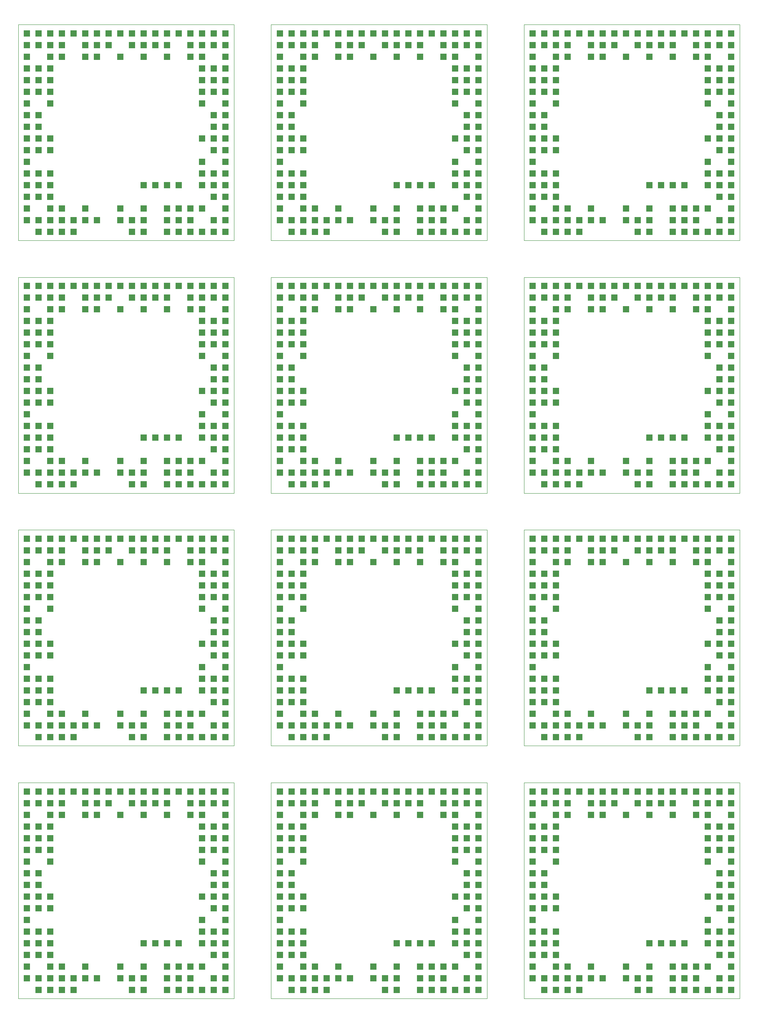
<source format=gbr>
G04 This is an RS-274x file exported by *
G04 gerbv version 2.7.0 *
G04 More information is available about gerbv at *
G04 http://gerbv.geda-project.org/ *
G04 --End of header info--*
%MOIN*%
%FSLAX36Y36*%
%IPPOS*%
G04 --Define apertures--*
%ADD10C,0.0020*%
%ADD11R,0.0571X0.0571*%
G04 --Start main section--*
G54D10*
G01X6244094Y-3627559D02*
G01X4395669Y-3627559D01*
G01X4395669Y-3627992D02*
G01X4395669Y-5477992D01*
G01X4395669Y-5477992D02*
G01X6244094Y-5477992D01*
G01X6244094Y-5477992D02*
G01X6244094Y-3627992D01*
G54D11*
G01X5470441Y-5002992D03*
G01X5570441Y-5002992D03*
G01X5670441Y-5002992D03*
G01X5770441Y-5002992D03*
G01X6170441Y-3702992D03*
G01X6170441Y-5402992D03*
G01X5770441Y-5302992D03*
G01X5770441Y-5402992D03*
G01X5870441Y-5402992D03*
G01X5870441Y-5302992D03*
G01X5870441Y-5202992D03*
G01X5770441Y-5202992D03*
G01X6170441Y-5302992D03*
G01X6170441Y-5202992D03*
G01X6170441Y-5102992D03*
G01X6170441Y-5002992D03*
G01X6170441Y-4902992D03*
G01X6170441Y-4802992D03*
G01X6170441Y-4702992D03*
G01X6170441Y-4602992D03*
G01X6170441Y-4502992D03*
G01X6170441Y-4402992D03*
G01X6170441Y-4302992D03*
G01X6070441Y-4402992D03*
G01X6070441Y-4502992D03*
G01X6070441Y-4602992D03*
G01X6070441Y-4702992D03*
G01X6070441Y-4902992D03*
G01X6070441Y-5002992D03*
G01X6070441Y-5102992D03*
G01X6070441Y-5302992D03*
G01X6070441Y-5402992D03*
G01X5970441Y-5402992D03*
G01X5970441Y-5202992D03*
G01X5970441Y-5002992D03*
G01X5970441Y-4902992D03*
G01X5970441Y-4802992D03*
G01X5970441Y-4602992D03*
G01X5970441Y-4302992D03*
G01X6170441Y-4202992D03*
G01X6070441Y-4202992D03*
G01X5970441Y-4202992D03*
G01X6170441Y-4102992D03*
G01X6070441Y-4102992D03*
G01X5970441Y-4102992D03*
G01X6170441Y-4002992D03*
G01X6070441Y-4002992D03*
G01X5970441Y-4002992D03*
G01X6170441Y-3902992D03*
G01X6170441Y-3802992D03*
G01X6070441Y-3802992D03*
G01X5970441Y-3902992D03*
G01X5970441Y-3802992D03*
G01X5870441Y-3902992D03*
G01X5870441Y-3802992D03*
G01X4570441Y-5302992D03*
G01X4570441Y-5402992D03*
G01X4670441Y-5402992D03*
G01X4670441Y-5302992D03*
G01X4670441Y-5202992D03*
G01X4670441Y-5102992D03*
G01X4570441Y-5102992D03*
G01X4670441Y-5002992D03*
G01X4570441Y-5002992D03*
G01X6070441Y-3702992D03*
G01X5970441Y-3702992D03*
G01X5870441Y-3702992D03*
G01X5770441Y-3702992D03*
G01X4470441Y-5302992D03*
G01X4470441Y-5202992D03*
G01X4470441Y-5102992D03*
G01X4470441Y-5002992D03*
G01X4770441Y-5202992D03*
G01X4970441Y-5202992D03*
G01X5270441Y-5202992D03*
G01X5470441Y-5202992D03*
G01X5470441Y-5302992D03*
G01X5370441Y-5302992D03*
G01X5270441Y-5302992D03*
G01X5070441Y-5302992D03*
G01X4970441Y-5302992D03*
G01X4870441Y-5302992D03*
G01X4770441Y-5302992D03*
G01X4670441Y-4002992D03*
G01X4670441Y-4102992D03*
G01X4670441Y-4202992D03*
G01X4670441Y-4302992D03*
G01X4670441Y-4602992D03*
G01X4670441Y-4702992D03*
G01X4470441Y-4902992D03*
G01X4670441Y-3902992D03*
G01X4770441Y-3902992D03*
G01X4970441Y-3902992D03*
G01X5070441Y-3902992D03*
G01X5270441Y-3902992D03*
G01X5470441Y-3902992D03*
G01X4470441Y-3902992D03*
G01X5670441Y-3902992D03*
G01X4670441Y-4902992D03*
G01X4770441Y-5402992D03*
G01X4870441Y-5402992D03*
G01X5370441Y-5402992D03*
G01X5470441Y-5402992D03*
G01X5670441Y-5402992D03*
G01X4570441Y-4902992D03*
G01X4570441Y-4002992D03*
G01X4570441Y-4102992D03*
G01X4570441Y-4202992D03*
G01X4570441Y-4402992D03*
G01X4570441Y-4502992D03*
G01X4570441Y-4602992D03*
G01X4570441Y-4702992D03*
G01X5670441Y-5302992D03*
G01X5670441Y-5202992D03*
G01X5570441Y-3802992D03*
G01X5470441Y-3802992D03*
G01X5370441Y-3802992D03*
G01X5170441Y-3802992D03*
G01X5070441Y-3802992D03*
G01X4970441Y-3802992D03*
G01X4770441Y-3802992D03*
G01X4670441Y-3802992D03*
G01X4570441Y-3802992D03*
G01X4470441Y-3802992D03*
G01X4470441Y-4002992D03*
G01X4470441Y-4102992D03*
G01X4470441Y-4202992D03*
G01X4470441Y-4302992D03*
G01X4470441Y-4402992D03*
G01X4470441Y-4502992D03*
G01X4470441Y-4602992D03*
G01X4470441Y-4702992D03*
G01X4470441Y-4802992D03*
G01X5670441Y-3802992D03*
G01X5670441Y-3702992D03*
G01X5570441Y-3702992D03*
G01X5470441Y-3702992D03*
G01X5370441Y-3702992D03*
G01X5270441Y-3702992D03*
G01X5170441Y-3702992D03*
G01X5070441Y-3702992D03*
G01X4970441Y-3702992D03*
G01X4870441Y-3702992D03*
G01X4770441Y-3702992D03*
G01X4670441Y-3702992D03*
G01X4570441Y-3702992D03*
G01X4470441Y-3702992D03*
G01X2165354Y0000000D02*
G54D10*
G01X8409448Y-3627559D02*
G01X6561023Y-3627559D01*
G01X6561023Y-3627992D02*
G01X6561023Y-5477992D01*
G01X6561023Y-5477992D02*
G01X8409448Y-5477992D01*
G01X8409448Y-5477992D02*
G01X8409448Y-3627992D01*
G54D11*
G01X7635795Y-5002992D03*
G01X7735795Y-5002992D03*
G01X7835795Y-5002992D03*
G01X7935795Y-5002992D03*
G01X8335795Y-3702992D03*
G01X8335795Y-5402992D03*
G01X7935795Y-5302992D03*
G01X7935795Y-5402992D03*
G01X8035795Y-5402992D03*
G01X8035795Y-5302992D03*
G01X8035795Y-5202992D03*
G01X7935795Y-5202992D03*
G01X8335795Y-5302992D03*
G01X8335795Y-5202992D03*
G01X8335795Y-5102992D03*
G01X8335795Y-5002992D03*
G01X8335795Y-4902992D03*
G01X8335795Y-4802992D03*
G01X8335795Y-4702992D03*
G01X8335795Y-4602992D03*
G01X8335795Y-4502992D03*
G01X8335795Y-4402992D03*
G01X8335795Y-4302992D03*
G01X8235795Y-4402992D03*
G01X8235795Y-4502992D03*
G01X8235795Y-4602992D03*
G01X8235795Y-4702992D03*
G01X8235795Y-4902992D03*
G01X8235795Y-5002992D03*
G01X8235795Y-5102992D03*
G01X8235795Y-5302992D03*
G01X8235795Y-5402992D03*
G01X8135795Y-5402992D03*
G01X8135795Y-5202992D03*
G01X8135795Y-5002992D03*
G01X8135795Y-4902992D03*
G01X8135795Y-4802992D03*
G01X8135795Y-4602992D03*
G01X8135795Y-4302992D03*
G01X8335795Y-4202992D03*
G01X8235795Y-4202992D03*
G01X8135795Y-4202992D03*
G01X8335795Y-4102992D03*
G01X8235795Y-4102992D03*
G01X8135795Y-4102992D03*
G01X8335795Y-4002992D03*
G01X8235795Y-4002992D03*
G01X8135795Y-4002992D03*
G01X8335795Y-3902992D03*
G01X8335795Y-3802992D03*
G01X8235795Y-3802992D03*
G01X8135795Y-3902992D03*
G01X8135795Y-3802992D03*
G01X8035795Y-3902992D03*
G01X8035795Y-3802992D03*
G01X6735795Y-5302992D03*
G01X6735795Y-5402992D03*
G01X6835795Y-5402992D03*
G01X6835795Y-5302992D03*
G01X6835795Y-5202992D03*
G01X6835795Y-5102992D03*
G01X6735795Y-5102992D03*
G01X6835795Y-5002992D03*
G01X6735795Y-5002992D03*
G01X8235795Y-3702992D03*
G01X8135795Y-3702992D03*
G01X8035795Y-3702992D03*
G01X7935795Y-3702992D03*
G01X6635795Y-5302992D03*
G01X6635795Y-5202992D03*
G01X6635795Y-5102992D03*
G01X6635795Y-5002992D03*
G01X6935795Y-5202992D03*
G01X7135795Y-5202992D03*
G01X7435795Y-5202992D03*
G01X7635795Y-5202992D03*
G01X7635795Y-5302992D03*
G01X7535795Y-5302992D03*
G01X7435795Y-5302992D03*
G01X7235795Y-5302992D03*
G01X7135795Y-5302992D03*
G01X7035795Y-5302992D03*
G01X6935795Y-5302992D03*
G01X6835795Y-4002992D03*
G01X6835795Y-4102992D03*
G01X6835795Y-4202992D03*
G01X6835795Y-4302992D03*
G01X6835795Y-4602992D03*
G01X6835795Y-4702992D03*
G01X6635795Y-4902992D03*
G01X6835795Y-3902992D03*
G01X6935795Y-3902992D03*
G01X7135795Y-3902992D03*
G01X7235795Y-3902992D03*
G01X7435795Y-3902992D03*
G01X7635795Y-3902992D03*
G01X6635795Y-3902992D03*
G01X7835795Y-3902992D03*
G01X6835795Y-4902992D03*
G01X6935795Y-5402992D03*
G01X7035795Y-5402992D03*
G01X7535795Y-5402992D03*
G01X7635795Y-5402992D03*
G01X7835795Y-5402992D03*
G01X6735795Y-4902992D03*
G01X6735795Y-4002992D03*
G01X6735795Y-4102992D03*
G01X6735795Y-4202992D03*
G01X6735795Y-4402992D03*
G01X6735795Y-4502992D03*
G01X6735795Y-4602992D03*
G01X6735795Y-4702992D03*
G01X7835795Y-5302992D03*
G01X7835795Y-5202992D03*
G01X7735795Y-3802992D03*
G01X7635795Y-3802992D03*
G01X7535795Y-3802992D03*
G01X7335795Y-3802992D03*
G01X7235795Y-3802992D03*
G01X7135795Y-3802992D03*
G01X6935795Y-3802992D03*
G01X6835795Y-3802992D03*
G01X6735795Y-3802992D03*
G01X6635795Y-3802992D03*
G01X6635795Y-4002992D03*
G01X6635795Y-4102992D03*
G01X6635795Y-4202992D03*
G01X6635795Y-4302992D03*
G01X6635795Y-4402992D03*
G01X6635795Y-4502992D03*
G01X6635795Y-4602992D03*
G01X6635795Y-4702992D03*
G01X6635795Y-4802992D03*
G01X7835795Y-3802992D03*
G01X7835795Y-3702992D03*
G01X7735795Y-3702992D03*
G01X7635795Y-3702992D03*
G01X7535795Y-3702992D03*
G01X7435795Y-3702992D03*
G01X7335795Y-3702992D03*
G01X7235795Y-3702992D03*
G01X7135795Y-3702992D03*
G01X7035795Y-3702992D03*
G01X6935795Y-3702992D03*
G01X6835795Y-3702992D03*
G01X6735795Y-3702992D03*
G01X6635795Y-3702992D03*
G01X4330709Y0000000D02*
G54D10*
G01X10574803Y-3627559D02*
G01X8726378Y-3627559D01*
G01X8726378Y-3627992D02*
G01X8726378Y-5477992D01*
G01X8726378Y-5477992D02*
G01X10574803Y-5477992D01*
G01X10574803Y-5477992D02*
G01X10574803Y-3627992D01*
G54D11*
G01X9801150Y-5002992D03*
G01X9901150Y-5002992D03*
G01X10001150Y-5002992D03*
G01X10101150Y-5002992D03*
G01X10501150Y-3702992D03*
G01X10501150Y-5402992D03*
G01X10101150Y-5302992D03*
G01X10101150Y-5402992D03*
G01X10201150Y-5402992D03*
G01X10201150Y-5302992D03*
G01X10201150Y-5202992D03*
G01X10101150Y-5202992D03*
G01X10501150Y-5302992D03*
G01X10501150Y-5202992D03*
G01X10501150Y-5102992D03*
G01X10501150Y-5002992D03*
G01X10501150Y-4902992D03*
G01X10501150Y-4802992D03*
G01X10501150Y-4702992D03*
G01X10501150Y-4602992D03*
G01X10501150Y-4502992D03*
G01X10501150Y-4402992D03*
G01X10501150Y-4302992D03*
G01X10401150Y-4402992D03*
G01X10401150Y-4502992D03*
G01X10401150Y-4602992D03*
G01X10401150Y-4702992D03*
G01X10401150Y-4902992D03*
G01X10401150Y-5002992D03*
G01X10401150Y-5102992D03*
G01X10401150Y-5302992D03*
G01X10401150Y-5402992D03*
G01X10301150Y-5402992D03*
G01X10301150Y-5202992D03*
G01X10301150Y-5002992D03*
G01X10301150Y-4902992D03*
G01X10301150Y-4802992D03*
G01X10301150Y-4602992D03*
G01X10301150Y-4302992D03*
G01X10501150Y-4202992D03*
G01X10401150Y-4202992D03*
G01X10301150Y-4202992D03*
G01X10501150Y-4102992D03*
G01X10401150Y-4102992D03*
G01X10301150Y-4102992D03*
G01X10501150Y-4002992D03*
G01X10401150Y-4002992D03*
G01X10301150Y-4002992D03*
G01X10501150Y-3902992D03*
G01X10501150Y-3802992D03*
G01X10401150Y-3802992D03*
G01X10301150Y-3902992D03*
G01X10301150Y-3802992D03*
G01X10201150Y-3902992D03*
G01X10201150Y-3802992D03*
G01X8901150Y-5302992D03*
G01X8901150Y-5402992D03*
G01X9001150Y-5402992D03*
G01X9001150Y-5302992D03*
G01X9001150Y-5202992D03*
G01X9001150Y-5102992D03*
G01X8901150Y-5102992D03*
G01X9001150Y-5002992D03*
G01X8901150Y-5002992D03*
G01X10401150Y-3702992D03*
G01X10301150Y-3702992D03*
G01X10201150Y-3702992D03*
G01X10101150Y-3702992D03*
G01X8801150Y-5302992D03*
G01X8801150Y-5202992D03*
G01X8801150Y-5102992D03*
G01X8801150Y-5002992D03*
G01X9101150Y-5202992D03*
G01X9301150Y-5202992D03*
G01X9601150Y-5202992D03*
G01X9801150Y-5202992D03*
G01X9801150Y-5302992D03*
G01X9701150Y-5302992D03*
G01X9601150Y-5302992D03*
G01X9401150Y-5302992D03*
G01X9301150Y-5302992D03*
G01X9201150Y-5302992D03*
G01X9101150Y-5302992D03*
G01X9001150Y-4002992D03*
G01X9001150Y-4102992D03*
G01X9001150Y-4202992D03*
G01X9001150Y-4302992D03*
G01X9001150Y-4602992D03*
G01X9001150Y-4702992D03*
G01X8801150Y-4902992D03*
G01X9001150Y-3902992D03*
G01X9101150Y-3902992D03*
G01X9301150Y-3902992D03*
G01X9401150Y-3902992D03*
G01X9601150Y-3902992D03*
G01X9801150Y-3902992D03*
G01X8801150Y-3902992D03*
G01X10001150Y-3902992D03*
G01X9001150Y-4902992D03*
G01X9101150Y-5402992D03*
G01X9201150Y-5402992D03*
G01X9701150Y-5402992D03*
G01X9801150Y-5402992D03*
G01X10001150Y-5402992D03*
G01X8901150Y-4902992D03*
G01X8901150Y-4002992D03*
G01X8901150Y-4102992D03*
G01X8901150Y-4202992D03*
G01X8901150Y-4402992D03*
G01X8901150Y-4502992D03*
G01X8901150Y-4602992D03*
G01X8901150Y-4702992D03*
G01X10001150Y-5302992D03*
G01X10001150Y-5202992D03*
G01X9901150Y-3802992D03*
G01X9801150Y-3802992D03*
G01X9701150Y-3802992D03*
G01X9501150Y-3802992D03*
G01X9401150Y-3802992D03*
G01X9301150Y-3802992D03*
G01X9101150Y-3802992D03*
G01X9001150Y-3802992D03*
G01X8901150Y-3802992D03*
G01X8801150Y-3802992D03*
G01X8801150Y-4002992D03*
G01X8801150Y-4102992D03*
G01X8801150Y-4202992D03*
G01X8801150Y-4302992D03*
G01X8801150Y-4402992D03*
G01X8801150Y-4502992D03*
G01X8801150Y-4602992D03*
G01X8801150Y-4702992D03*
G01X8801150Y-4802992D03*
G01X10001150Y-3802992D03*
G01X10001150Y-3702992D03*
G01X9901150Y-3702992D03*
G01X9801150Y-3702992D03*
G01X9701150Y-3702992D03*
G01X9601150Y-3702992D03*
G01X9501150Y-3702992D03*
G01X9401150Y-3702992D03*
G01X9301150Y-3702992D03*
G01X9201150Y-3702992D03*
G01X9101150Y-3702992D03*
G01X9001150Y-3702992D03*
G01X8901150Y-3702992D03*
G01X8801150Y-3702992D03*
G01X0000000Y2165354D02*
G54D10*
G01X6244094Y-1462205D02*
G01X4395669Y-1462205D01*
G01X4395669Y-1462638D02*
G01X4395669Y-3312638D01*
G01X4395669Y-3312638D02*
G01X6244094Y-3312638D01*
G01X6244094Y-3312638D02*
G01X6244094Y-1462638D01*
G54D11*
G01X5470441Y-2837638D03*
G01X5570441Y-2837638D03*
G01X5670441Y-2837638D03*
G01X5770441Y-2837638D03*
G01X6170441Y-1537638D03*
G01X6170441Y-3237638D03*
G01X5770441Y-3137638D03*
G01X5770441Y-3237638D03*
G01X5870441Y-3237638D03*
G01X5870441Y-3137638D03*
G01X5870441Y-3037638D03*
G01X5770441Y-3037638D03*
G01X6170441Y-3137638D03*
G01X6170441Y-3037638D03*
G01X6170441Y-2937638D03*
G01X6170441Y-2837638D03*
G01X6170441Y-2737638D03*
G01X6170441Y-2637638D03*
G01X6170441Y-2537638D03*
G01X6170441Y-2437638D03*
G01X6170441Y-2337638D03*
G01X6170441Y-2237638D03*
G01X6170441Y-2137638D03*
G01X6070441Y-2237638D03*
G01X6070441Y-2337638D03*
G01X6070441Y-2437638D03*
G01X6070441Y-2537638D03*
G01X6070441Y-2737638D03*
G01X6070441Y-2837638D03*
G01X6070441Y-2937638D03*
G01X6070441Y-3137638D03*
G01X6070441Y-3237638D03*
G01X5970441Y-3237638D03*
G01X5970441Y-3037638D03*
G01X5970441Y-2837638D03*
G01X5970441Y-2737638D03*
G01X5970441Y-2637638D03*
G01X5970441Y-2437638D03*
G01X5970441Y-2137638D03*
G01X6170441Y-2037638D03*
G01X6070441Y-2037638D03*
G01X5970441Y-2037638D03*
G01X6170441Y-1937638D03*
G01X6070441Y-1937638D03*
G01X5970441Y-1937638D03*
G01X6170441Y-1837638D03*
G01X6070441Y-1837638D03*
G01X5970441Y-1837638D03*
G01X6170441Y-1737638D03*
G01X6170441Y-1637638D03*
G01X6070441Y-1637638D03*
G01X5970441Y-1737638D03*
G01X5970441Y-1637638D03*
G01X5870441Y-1737638D03*
G01X5870441Y-1637638D03*
G01X4570441Y-3137638D03*
G01X4570441Y-3237638D03*
G01X4670441Y-3237638D03*
G01X4670441Y-3137638D03*
G01X4670441Y-3037638D03*
G01X4670441Y-2937638D03*
G01X4570441Y-2937638D03*
G01X4670441Y-2837638D03*
G01X4570441Y-2837638D03*
G01X6070441Y-1537638D03*
G01X5970441Y-1537638D03*
G01X5870441Y-1537638D03*
G01X5770441Y-1537638D03*
G01X4470441Y-3137638D03*
G01X4470441Y-3037638D03*
G01X4470441Y-2937638D03*
G01X4470441Y-2837638D03*
G01X4770441Y-3037638D03*
G01X4970441Y-3037638D03*
G01X5270441Y-3037638D03*
G01X5470441Y-3037638D03*
G01X5470441Y-3137638D03*
G01X5370441Y-3137638D03*
G01X5270441Y-3137638D03*
G01X5070441Y-3137638D03*
G01X4970441Y-3137638D03*
G01X4870441Y-3137638D03*
G01X4770441Y-3137638D03*
G01X4670441Y-1837638D03*
G01X4670441Y-1937638D03*
G01X4670441Y-2037638D03*
G01X4670441Y-2137638D03*
G01X4670441Y-2437638D03*
G01X4670441Y-2537638D03*
G01X4470441Y-2737638D03*
G01X4670441Y-1737638D03*
G01X4770441Y-1737638D03*
G01X4970441Y-1737638D03*
G01X5070441Y-1737638D03*
G01X5270441Y-1737638D03*
G01X5470441Y-1737638D03*
G01X4470441Y-1737638D03*
G01X5670441Y-1737638D03*
G01X4670441Y-2737638D03*
G01X4770441Y-3237638D03*
G01X4870441Y-3237638D03*
G01X5370441Y-3237638D03*
G01X5470441Y-3237638D03*
G01X5670441Y-3237638D03*
G01X4570441Y-2737638D03*
G01X4570441Y-1837638D03*
G01X4570441Y-1937638D03*
G01X4570441Y-2037638D03*
G01X4570441Y-2237638D03*
G01X4570441Y-2337638D03*
G01X4570441Y-2437638D03*
G01X4570441Y-2537638D03*
G01X5670441Y-3137638D03*
G01X5670441Y-3037638D03*
G01X5570441Y-1637638D03*
G01X5470441Y-1637638D03*
G01X5370441Y-1637638D03*
G01X5170441Y-1637638D03*
G01X5070441Y-1637638D03*
G01X4970441Y-1637638D03*
G01X4770441Y-1637638D03*
G01X4670441Y-1637638D03*
G01X4570441Y-1637638D03*
G01X4470441Y-1637638D03*
G01X4470441Y-1837638D03*
G01X4470441Y-1937638D03*
G01X4470441Y-2037638D03*
G01X4470441Y-2137638D03*
G01X4470441Y-2237638D03*
G01X4470441Y-2337638D03*
G01X4470441Y-2437638D03*
G01X4470441Y-2537638D03*
G01X4470441Y-2637638D03*
G01X5670441Y-1637638D03*
G01X5670441Y-1537638D03*
G01X5570441Y-1537638D03*
G01X5470441Y-1537638D03*
G01X5370441Y-1537638D03*
G01X5270441Y-1537638D03*
G01X5170441Y-1537638D03*
G01X5070441Y-1537638D03*
G01X4970441Y-1537638D03*
G01X4870441Y-1537638D03*
G01X4770441Y-1537638D03*
G01X4670441Y-1537638D03*
G01X4570441Y-1537638D03*
G01X4470441Y-1537638D03*
G54D10*
G01X8409448Y-1462205D02*
G01X6561023Y-1462205D01*
G01X6561023Y-1462638D02*
G01X6561023Y-3312638D01*
G01X6561023Y-3312638D02*
G01X8409448Y-3312638D01*
G01X8409448Y-3312638D02*
G01X8409448Y-1462638D01*
G54D11*
G01X7635795Y-2837638D03*
G01X7735795Y-2837638D03*
G01X7835795Y-2837638D03*
G01X7935795Y-2837638D03*
G01X8335795Y-1537638D03*
G01X8335795Y-3237638D03*
G01X7935795Y-3137638D03*
G01X7935795Y-3237638D03*
G01X8035795Y-3237638D03*
G01X8035795Y-3137638D03*
G01X8035795Y-3037638D03*
G01X7935795Y-3037638D03*
G01X8335795Y-3137638D03*
G01X8335795Y-3037638D03*
G01X8335795Y-2937638D03*
G01X8335795Y-2837638D03*
G01X8335795Y-2737638D03*
G01X8335795Y-2637638D03*
G01X8335795Y-2537638D03*
G01X8335795Y-2437638D03*
G01X8335795Y-2337638D03*
G01X8335795Y-2237638D03*
G01X8335795Y-2137638D03*
G01X8235795Y-2237638D03*
G01X8235795Y-2337638D03*
G01X8235795Y-2437638D03*
G01X8235795Y-2537638D03*
G01X8235795Y-2737638D03*
G01X8235795Y-2837638D03*
G01X8235795Y-2937638D03*
G01X8235795Y-3137638D03*
G01X8235795Y-3237638D03*
G01X8135795Y-3237638D03*
G01X8135795Y-3037638D03*
G01X8135795Y-2837638D03*
G01X8135795Y-2737638D03*
G01X8135795Y-2637638D03*
G01X8135795Y-2437638D03*
G01X8135795Y-2137638D03*
G01X8335795Y-2037638D03*
G01X8235795Y-2037638D03*
G01X8135795Y-2037638D03*
G01X8335795Y-1937638D03*
G01X8235795Y-1937638D03*
G01X8135795Y-1937638D03*
G01X8335795Y-1837638D03*
G01X8235795Y-1837638D03*
G01X8135795Y-1837638D03*
G01X8335795Y-1737638D03*
G01X8335795Y-1637638D03*
G01X8235795Y-1637638D03*
G01X8135795Y-1737638D03*
G01X8135795Y-1637638D03*
G01X8035795Y-1737638D03*
G01X8035795Y-1637638D03*
G01X6735795Y-3137638D03*
G01X6735795Y-3237638D03*
G01X6835795Y-3237638D03*
G01X6835795Y-3137638D03*
G01X6835795Y-3037638D03*
G01X6835795Y-2937638D03*
G01X6735795Y-2937638D03*
G01X6835795Y-2837638D03*
G01X6735795Y-2837638D03*
G01X8235795Y-1537638D03*
G01X8135795Y-1537638D03*
G01X8035795Y-1537638D03*
G01X7935795Y-1537638D03*
G01X6635795Y-3137638D03*
G01X6635795Y-3037638D03*
G01X6635795Y-2937638D03*
G01X6635795Y-2837638D03*
G01X6935795Y-3037638D03*
G01X7135795Y-3037638D03*
G01X7435795Y-3037638D03*
G01X7635795Y-3037638D03*
G01X7635795Y-3137638D03*
G01X7535795Y-3137638D03*
G01X7435795Y-3137638D03*
G01X7235795Y-3137638D03*
G01X7135795Y-3137638D03*
G01X7035795Y-3137638D03*
G01X6935795Y-3137638D03*
G01X6835795Y-1837638D03*
G01X6835795Y-1937638D03*
G01X6835795Y-2037638D03*
G01X6835795Y-2137638D03*
G01X6835795Y-2437638D03*
G01X6835795Y-2537638D03*
G01X6635795Y-2737638D03*
G01X6835795Y-1737638D03*
G01X6935795Y-1737638D03*
G01X7135795Y-1737638D03*
G01X7235795Y-1737638D03*
G01X7435795Y-1737638D03*
G01X7635795Y-1737638D03*
G01X6635795Y-1737638D03*
G01X7835795Y-1737638D03*
G01X6835795Y-2737638D03*
G01X6935795Y-3237638D03*
G01X7035795Y-3237638D03*
G01X7535795Y-3237638D03*
G01X7635795Y-3237638D03*
G01X7835795Y-3237638D03*
G01X6735795Y-2737638D03*
G01X6735795Y-1837638D03*
G01X6735795Y-1937638D03*
G01X6735795Y-2037638D03*
G01X6735795Y-2237638D03*
G01X6735795Y-2337638D03*
G01X6735795Y-2437638D03*
G01X6735795Y-2537638D03*
G01X7835795Y-3137638D03*
G01X7835795Y-3037638D03*
G01X7735795Y-1637638D03*
G01X7635795Y-1637638D03*
G01X7535795Y-1637638D03*
G01X7335795Y-1637638D03*
G01X7235795Y-1637638D03*
G01X7135795Y-1637638D03*
G01X6935795Y-1637638D03*
G01X6835795Y-1637638D03*
G01X6735795Y-1637638D03*
G01X6635795Y-1637638D03*
G01X6635795Y-1837638D03*
G01X6635795Y-1937638D03*
G01X6635795Y-2037638D03*
G01X6635795Y-2137638D03*
G01X6635795Y-2237638D03*
G01X6635795Y-2337638D03*
G01X6635795Y-2437638D03*
G01X6635795Y-2537638D03*
G01X6635795Y-2637638D03*
G01X7835795Y-1637638D03*
G01X7835795Y-1537638D03*
G01X7735795Y-1537638D03*
G01X7635795Y-1537638D03*
G01X7535795Y-1537638D03*
G01X7435795Y-1537638D03*
G01X7335795Y-1537638D03*
G01X7235795Y-1537638D03*
G01X7135795Y-1537638D03*
G01X7035795Y-1537638D03*
G01X6935795Y-1537638D03*
G01X6835795Y-1537638D03*
G01X6735795Y-1537638D03*
G01X6635795Y-1537638D03*
G54D10*
G01X10574803Y-1462205D02*
G01X8726378Y-1462205D01*
G01X8726378Y-1462638D02*
G01X8726378Y-3312638D01*
G01X8726378Y-3312638D02*
G01X10574803Y-3312638D01*
G01X10574803Y-3312638D02*
G01X10574803Y-1462638D01*
G54D11*
G01X9801150Y-2837638D03*
G01X9901150Y-2837638D03*
G01X10001150Y-2837638D03*
G01X10101150Y-2837638D03*
G01X10501150Y-1537638D03*
G01X10501150Y-3237638D03*
G01X10101150Y-3137638D03*
G01X10101150Y-3237638D03*
G01X10201150Y-3237638D03*
G01X10201150Y-3137638D03*
G01X10201150Y-3037638D03*
G01X10101150Y-3037638D03*
G01X10501150Y-3137638D03*
G01X10501150Y-3037638D03*
G01X10501150Y-2937638D03*
G01X10501150Y-2837638D03*
G01X10501150Y-2737638D03*
G01X10501150Y-2637638D03*
G01X10501150Y-2537638D03*
G01X10501150Y-2437638D03*
G01X10501150Y-2337638D03*
G01X10501150Y-2237638D03*
G01X10501150Y-2137638D03*
G01X10401150Y-2237638D03*
G01X10401150Y-2337638D03*
G01X10401150Y-2437638D03*
G01X10401150Y-2537638D03*
G01X10401150Y-2737638D03*
G01X10401150Y-2837638D03*
G01X10401150Y-2937638D03*
G01X10401150Y-3137638D03*
G01X10401150Y-3237638D03*
G01X10301150Y-3237638D03*
G01X10301150Y-3037638D03*
G01X10301150Y-2837638D03*
G01X10301150Y-2737638D03*
G01X10301150Y-2637638D03*
G01X10301150Y-2437638D03*
G01X10301150Y-2137638D03*
G01X10501150Y-2037638D03*
G01X10401150Y-2037638D03*
G01X10301150Y-2037638D03*
G01X10501150Y-1937638D03*
G01X10401150Y-1937638D03*
G01X10301150Y-1937638D03*
G01X10501150Y-1837638D03*
G01X10401150Y-1837638D03*
G01X10301150Y-1837638D03*
G01X10501150Y-1737638D03*
G01X10501150Y-1637638D03*
G01X10401150Y-1637638D03*
G01X10301150Y-1737638D03*
G01X10301150Y-1637638D03*
G01X10201150Y-1737638D03*
G01X10201150Y-1637638D03*
G01X8901150Y-3137638D03*
G01X8901150Y-3237638D03*
G01X9001150Y-3237638D03*
G01X9001150Y-3137638D03*
G01X9001150Y-3037638D03*
G01X9001150Y-2937638D03*
G01X8901150Y-2937638D03*
G01X9001150Y-2837638D03*
G01X8901150Y-2837638D03*
G01X10401150Y-1537638D03*
G01X10301150Y-1537638D03*
G01X10201150Y-1537638D03*
G01X10101150Y-1537638D03*
G01X8801150Y-3137638D03*
G01X8801150Y-3037638D03*
G01X8801150Y-2937638D03*
G01X8801150Y-2837638D03*
G01X9101150Y-3037638D03*
G01X9301150Y-3037638D03*
G01X9601150Y-3037638D03*
G01X9801150Y-3037638D03*
G01X9801150Y-3137638D03*
G01X9701150Y-3137638D03*
G01X9601150Y-3137638D03*
G01X9401150Y-3137638D03*
G01X9301150Y-3137638D03*
G01X9201150Y-3137638D03*
G01X9101150Y-3137638D03*
G01X9001150Y-1837638D03*
G01X9001150Y-1937638D03*
G01X9001150Y-2037638D03*
G01X9001150Y-2137638D03*
G01X9001150Y-2437638D03*
G01X9001150Y-2537638D03*
G01X8801150Y-2737638D03*
G01X9001150Y-1737638D03*
G01X9101150Y-1737638D03*
G01X9301150Y-1737638D03*
G01X9401150Y-1737638D03*
G01X9601150Y-1737638D03*
G01X9801150Y-1737638D03*
G01X8801150Y-1737638D03*
G01X10001150Y-1737638D03*
G01X9001150Y-2737638D03*
G01X9101150Y-3237638D03*
G01X9201150Y-3237638D03*
G01X9701150Y-3237638D03*
G01X9801150Y-3237638D03*
G01X10001150Y-3237638D03*
G01X8901150Y-2737638D03*
G01X8901150Y-1837638D03*
G01X8901150Y-1937638D03*
G01X8901150Y-2037638D03*
G01X8901150Y-2237638D03*
G01X8901150Y-2337638D03*
G01X8901150Y-2437638D03*
G01X8901150Y-2537638D03*
G01X10001150Y-3137638D03*
G01X10001150Y-3037638D03*
G01X9901150Y-1637638D03*
G01X9801150Y-1637638D03*
G01X9701150Y-1637638D03*
G01X9501150Y-1637638D03*
G01X9401150Y-1637638D03*
G01X9301150Y-1637638D03*
G01X9101150Y-1637638D03*
G01X9001150Y-1637638D03*
G01X8901150Y-1637638D03*
G01X8801150Y-1637638D03*
G01X8801150Y-1837638D03*
G01X8801150Y-1937638D03*
G01X8801150Y-2037638D03*
G01X8801150Y-2137638D03*
G01X8801150Y-2237638D03*
G01X8801150Y-2337638D03*
G01X8801150Y-2437638D03*
G01X8801150Y-2537638D03*
G01X8801150Y-2637638D03*
G01X10001150Y-1637638D03*
G01X10001150Y-1537638D03*
G01X9901150Y-1537638D03*
G01X9801150Y-1537638D03*
G01X9701150Y-1537638D03*
G01X9601150Y-1537638D03*
G01X9501150Y-1537638D03*
G01X9401150Y-1537638D03*
G01X9301150Y-1537638D03*
G01X9201150Y-1537638D03*
G01X9101150Y-1537638D03*
G01X9001150Y-1537638D03*
G01X8901150Y-1537638D03*
G01X8801150Y-1537638D03*
G01X0000000Y4330709D02*
G54D10*
G01X6244094Y0703150D02*
G01X4395669Y0703150D01*
G01X4395669Y0702717D02*
G01X4395669Y-1147283D01*
G01X4395669Y-1147283D02*
G01X6244094Y-1147283D01*
G01X6244094Y-1147283D02*
G01X6244094Y0702717D01*
G54D11*
G01X5470441Y-672283D03*
G01X5570441Y-672283D03*
G01X5670441Y-672283D03*
G01X5770441Y-672283D03*
G01X6170441Y0627717D03*
G01X6170441Y-1072283D03*
G01X5770441Y-972283D03*
G01X5770441Y-1072283D03*
G01X5870441Y-1072283D03*
G01X5870441Y-972283D03*
G01X5870441Y-872283D03*
G01X5770441Y-872283D03*
G01X6170441Y-972283D03*
G01X6170441Y-872283D03*
G01X6170441Y-772283D03*
G01X6170441Y-672283D03*
G01X6170441Y-572283D03*
G01X6170441Y-472283D03*
G01X6170441Y-372283D03*
G01X6170441Y-272283D03*
G01X6170441Y-172283D03*
G01X6170441Y-072283D03*
G01X6170441Y0027717D03*
G01X6070441Y-072283D03*
G01X6070441Y-172283D03*
G01X6070441Y-272283D03*
G01X6070441Y-372283D03*
G01X6070441Y-572283D03*
G01X6070441Y-672283D03*
G01X6070441Y-772283D03*
G01X6070441Y-972283D03*
G01X6070441Y-1072283D03*
G01X5970441Y-1072283D03*
G01X5970441Y-872283D03*
G01X5970441Y-672283D03*
G01X5970441Y-572283D03*
G01X5970441Y-472283D03*
G01X5970441Y-272283D03*
G01X5970441Y0027717D03*
G01X6170441Y0127717D03*
G01X6070441Y0127717D03*
G01X5970441Y0127717D03*
G01X6170441Y0227717D03*
G01X6070441Y0227717D03*
G01X5970441Y0227717D03*
G01X6170441Y0327717D03*
G01X6070441Y0327717D03*
G01X5970441Y0327717D03*
G01X6170441Y0427717D03*
G01X6170441Y0527717D03*
G01X6070441Y0527717D03*
G01X5970441Y0427717D03*
G01X5970441Y0527717D03*
G01X5870441Y0427717D03*
G01X5870441Y0527717D03*
G01X4570441Y-972283D03*
G01X4570441Y-1072283D03*
G01X4670441Y-1072283D03*
G01X4670441Y-972283D03*
G01X4670441Y-872283D03*
G01X4670441Y-772283D03*
G01X4570441Y-772283D03*
G01X4670441Y-672283D03*
G01X4570441Y-672283D03*
G01X6070441Y0627717D03*
G01X5970441Y0627717D03*
G01X5870441Y0627717D03*
G01X5770441Y0627717D03*
G01X4470441Y-972283D03*
G01X4470441Y-872283D03*
G01X4470441Y-772283D03*
G01X4470441Y-672283D03*
G01X4770441Y-872283D03*
G01X4970441Y-872283D03*
G01X5270441Y-872283D03*
G01X5470441Y-872283D03*
G01X5470441Y-972283D03*
G01X5370441Y-972283D03*
G01X5270441Y-972283D03*
G01X5070441Y-972283D03*
G01X4970441Y-972283D03*
G01X4870441Y-972283D03*
G01X4770441Y-972283D03*
G01X4670441Y0327717D03*
G01X4670441Y0227717D03*
G01X4670441Y0127717D03*
G01X4670441Y0027717D03*
G01X4670441Y-272283D03*
G01X4670441Y-372283D03*
G01X4470441Y-572283D03*
G01X4670441Y0427717D03*
G01X4770441Y0427717D03*
G01X4970441Y0427717D03*
G01X5070441Y0427717D03*
G01X5270441Y0427717D03*
G01X5470441Y0427717D03*
G01X4470441Y0427717D03*
G01X5670441Y0427717D03*
G01X4670441Y-572283D03*
G01X4770441Y-1072283D03*
G01X4870441Y-1072283D03*
G01X5370441Y-1072283D03*
G01X5470441Y-1072283D03*
G01X5670441Y-1072283D03*
G01X4570441Y-572283D03*
G01X4570441Y0327717D03*
G01X4570441Y0227717D03*
G01X4570441Y0127717D03*
G01X4570441Y-072283D03*
G01X4570441Y-172283D03*
G01X4570441Y-272283D03*
G01X4570441Y-372283D03*
G01X5670441Y-972283D03*
G01X5670441Y-872283D03*
G01X5570441Y0527717D03*
G01X5470441Y0527717D03*
G01X5370441Y0527717D03*
G01X5170441Y0527717D03*
G01X5070441Y0527717D03*
G01X4970441Y0527717D03*
G01X4770441Y0527717D03*
G01X4670441Y0527717D03*
G01X4570441Y0527717D03*
G01X4470441Y0527717D03*
G01X4470441Y0327717D03*
G01X4470441Y0227717D03*
G01X4470441Y0127717D03*
G01X4470441Y0027717D03*
G01X4470441Y-072283D03*
G01X4470441Y-172283D03*
G01X4470441Y-272283D03*
G01X4470441Y-372283D03*
G01X4470441Y-472283D03*
G01X5670441Y0527717D03*
G01X5670441Y0627717D03*
G01X5570441Y0627717D03*
G01X5470441Y0627717D03*
G01X5370441Y0627717D03*
G01X5270441Y0627717D03*
G01X5170441Y0627717D03*
G01X5070441Y0627717D03*
G01X4970441Y0627717D03*
G01X4870441Y0627717D03*
G01X4770441Y0627717D03*
G01X4670441Y0627717D03*
G01X4570441Y0627717D03*
G01X4470441Y0627717D03*
G54D10*
G01X8409448Y0703150D02*
G01X6561023Y0703150D01*
G01X6561023Y0702717D02*
G01X6561023Y-1147283D01*
G01X6561023Y-1147283D02*
G01X8409448Y-1147283D01*
G01X8409448Y-1147283D02*
G01X8409448Y0702717D01*
G54D11*
G01X7635795Y-672283D03*
G01X7735795Y-672283D03*
G01X7835795Y-672283D03*
G01X7935795Y-672283D03*
G01X8335795Y0627717D03*
G01X8335795Y-1072283D03*
G01X7935795Y-972283D03*
G01X7935795Y-1072283D03*
G01X8035795Y-1072283D03*
G01X8035795Y-972283D03*
G01X8035795Y-872283D03*
G01X7935795Y-872283D03*
G01X8335795Y-972283D03*
G01X8335795Y-872283D03*
G01X8335795Y-772283D03*
G01X8335795Y-672283D03*
G01X8335795Y-572283D03*
G01X8335795Y-472283D03*
G01X8335795Y-372283D03*
G01X8335795Y-272283D03*
G01X8335795Y-172283D03*
G01X8335795Y-072283D03*
G01X8335795Y0027717D03*
G01X8235795Y-072283D03*
G01X8235795Y-172283D03*
G01X8235795Y-272283D03*
G01X8235795Y-372283D03*
G01X8235795Y-572283D03*
G01X8235795Y-672283D03*
G01X8235795Y-772283D03*
G01X8235795Y-972283D03*
G01X8235795Y-1072283D03*
G01X8135795Y-1072283D03*
G01X8135795Y-872283D03*
G01X8135795Y-672283D03*
G01X8135795Y-572283D03*
G01X8135795Y-472283D03*
G01X8135795Y-272283D03*
G01X8135795Y0027717D03*
G01X8335795Y0127717D03*
G01X8235795Y0127717D03*
G01X8135795Y0127717D03*
G01X8335795Y0227717D03*
G01X8235795Y0227717D03*
G01X8135795Y0227717D03*
G01X8335795Y0327717D03*
G01X8235795Y0327717D03*
G01X8135795Y0327717D03*
G01X8335795Y0427717D03*
G01X8335795Y0527717D03*
G01X8235795Y0527717D03*
G01X8135795Y0427717D03*
G01X8135795Y0527717D03*
G01X8035795Y0427717D03*
G01X8035795Y0527717D03*
G01X6735795Y-972283D03*
G01X6735795Y-1072283D03*
G01X6835795Y-1072283D03*
G01X6835795Y-972283D03*
G01X6835795Y-872283D03*
G01X6835795Y-772283D03*
G01X6735795Y-772283D03*
G01X6835795Y-672283D03*
G01X6735795Y-672283D03*
G01X8235795Y0627717D03*
G01X8135795Y0627717D03*
G01X8035795Y0627717D03*
G01X7935795Y0627717D03*
G01X6635795Y-972283D03*
G01X6635795Y-872283D03*
G01X6635795Y-772283D03*
G01X6635795Y-672283D03*
G01X6935795Y-872283D03*
G01X7135795Y-872283D03*
G01X7435795Y-872283D03*
G01X7635795Y-872283D03*
G01X7635795Y-972283D03*
G01X7535795Y-972283D03*
G01X7435795Y-972283D03*
G01X7235795Y-972283D03*
G01X7135795Y-972283D03*
G01X7035795Y-972283D03*
G01X6935795Y-972283D03*
G01X6835795Y0327717D03*
G01X6835795Y0227717D03*
G01X6835795Y0127717D03*
G01X6835795Y0027717D03*
G01X6835795Y-272283D03*
G01X6835795Y-372283D03*
G01X6635795Y-572283D03*
G01X6835795Y0427717D03*
G01X6935795Y0427717D03*
G01X7135795Y0427717D03*
G01X7235795Y0427717D03*
G01X7435795Y0427717D03*
G01X7635795Y0427717D03*
G01X6635795Y0427717D03*
G01X7835795Y0427717D03*
G01X6835795Y-572283D03*
G01X6935795Y-1072283D03*
G01X7035795Y-1072283D03*
G01X7535795Y-1072283D03*
G01X7635795Y-1072283D03*
G01X7835795Y-1072283D03*
G01X6735795Y-572283D03*
G01X6735795Y0327717D03*
G01X6735795Y0227717D03*
G01X6735795Y0127717D03*
G01X6735795Y-072283D03*
G01X6735795Y-172283D03*
G01X6735795Y-272283D03*
G01X6735795Y-372283D03*
G01X7835795Y-972283D03*
G01X7835795Y-872283D03*
G01X7735795Y0527717D03*
G01X7635795Y0527717D03*
G01X7535795Y0527717D03*
G01X7335795Y0527717D03*
G01X7235795Y0527717D03*
G01X7135795Y0527717D03*
G01X6935795Y0527717D03*
G01X6835795Y0527717D03*
G01X6735795Y0527717D03*
G01X6635795Y0527717D03*
G01X6635795Y0327717D03*
G01X6635795Y0227717D03*
G01X6635795Y0127717D03*
G01X6635795Y0027717D03*
G01X6635795Y-072283D03*
G01X6635795Y-172283D03*
G01X6635795Y-272283D03*
G01X6635795Y-372283D03*
G01X6635795Y-472283D03*
G01X7835795Y0527717D03*
G01X7835795Y0627717D03*
G01X7735795Y0627717D03*
G01X7635795Y0627717D03*
G01X7535795Y0627717D03*
G01X7435795Y0627717D03*
G01X7335795Y0627717D03*
G01X7235795Y0627717D03*
G01X7135795Y0627717D03*
G01X7035795Y0627717D03*
G01X6935795Y0627717D03*
G01X6835795Y0627717D03*
G01X6735795Y0627717D03*
G01X6635795Y0627717D03*
G54D10*
G01X10574803Y0703150D02*
G01X8726378Y0703150D01*
G01X8726378Y0702717D02*
G01X8726378Y-1147283D01*
G01X8726378Y-1147283D02*
G01X10574803Y-1147283D01*
G01X10574803Y-1147283D02*
G01X10574803Y0702717D01*
G54D11*
G01X9801150Y-672283D03*
G01X9901150Y-672283D03*
G01X10001150Y-672283D03*
G01X10101150Y-672283D03*
G01X10501150Y0627717D03*
G01X10501150Y-1072283D03*
G01X10101150Y-972283D03*
G01X10101150Y-1072283D03*
G01X10201150Y-1072283D03*
G01X10201150Y-972283D03*
G01X10201150Y-872283D03*
G01X10101150Y-872283D03*
G01X10501150Y-972283D03*
G01X10501150Y-872283D03*
G01X10501150Y-772283D03*
G01X10501150Y-672283D03*
G01X10501150Y-572283D03*
G01X10501150Y-472283D03*
G01X10501150Y-372283D03*
G01X10501150Y-272283D03*
G01X10501150Y-172283D03*
G01X10501150Y-072283D03*
G01X10501150Y0027717D03*
G01X10401150Y-072283D03*
G01X10401150Y-172283D03*
G01X10401150Y-272283D03*
G01X10401150Y-372283D03*
G01X10401150Y-572283D03*
G01X10401150Y-672283D03*
G01X10401150Y-772283D03*
G01X10401150Y-972283D03*
G01X10401150Y-1072283D03*
G01X10301150Y-1072283D03*
G01X10301150Y-872283D03*
G01X10301150Y-672283D03*
G01X10301150Y-572283D03*
G01X10301150Y-472283D03*
G01X10301150Y-272283D03*
G01X10301150Y0027717D03*
G01X10501150Y0127717D03*
G01X10401150Y0127717D03*
G01X10301150Y0127717D03*
G01X10501150Y0227717D03*
G01X10401150Y0227717D03*
G01X10301150Y0227717D03*
G01X10501150Y0327717D03*
G01X10401150Y0327717D03*
G01X10301150Y0327717D03*
G01X10501150Y0427717D03*
G01X10501150Y0527717D03*
G01X10401150Y0527717D03*
G01X10301150Y0427717D03*
G01X10301150Y0527717D03*
G01X10201150Y0427717D03*
G01X10201150Y0527717D03*
G01X8901150Y-972283D03*
G01X8901150Y-1072283D03*
G01X9001150Y-1072283D03*
G01X9001150Y-972283D03*
G01X9001150Y-872283D03*
G01X9001150Y-772283D03*
G01X8901150Y-772283D03*
G01X9001150Y-672283D03*
G01X8901150Y-672283D03*
G01X10401150Y0627717D03*
G01X10301150Y0627717D03*
G01X10201150Y0627717D03*
G01X10101150Y0627717D03*
G01X8801150Y-972283D03*
G01X8801150Y-872283D03*
G01X8801150Y-772283D03*
G01X8801150Y-672283D03*
G01X9101150Y-872283D03*
G01X9301150Y-872283D03*
G01X9601150Y-872283D03*
G01X9801150Y-872283D03*
G01X9801150Y-972283D03*
G01X9701150Y-972283D03*
G01X9601150Y-972283D03*
G01X9401150Y-972283D03*
G01X9301150Y-972283D03*
G01X9201150Y-972283D03*
G01X9101150Y-972283D03*
G01X9001150Y0327717D03*
G01X9001150Y0227717D03*
G01X9001150Y0127717D03*
G01X9001150Y0027717D03*
G01X9001150Y-272283D03*
G01X9001150Y-372283D03*
G01X8801150Y-572283D03*
G01X9001150Y0427717D03*
G01X9101150Y0427717D03*
G01X9301150Y0427717D03*
G01X9401150Y0427717D03*
G01X9601150Y0427717D03*
G01X9801150Y0427717D03*
G01X8801150Y0427717D03*
G01X10001150Y0427717D03*
G01X9001150Y-572283D03*
G01X9101150Y-1072283D03*
G01X9201150Y-1072283D03*
G01X9701150Y-1072283D03*
G01X9801150Y-1072283D03*
G01X10001150Y-1072283D03*
G01X8901150Y-572283D03*
G01X8901150Y0327717D03*
G01X8901150Y0227717D03*
G01X8901150Y0127717D03*
G01X8901150Y-072283D03*
G01X8901150Y-172283D03*
G01X8901150Y-272283D03*
G01X8901150Y-372283D03*
G01X10001150Y-972283D03*
G01X10001150Y-872283D03*
G01X9901150Y0527717D03*
G01X9801150Y0527717D03*
G01X9701150Y0527717D03*
G01X9501150Y0527717D03*
G01X9401150Y0527717D03*
G01X9301150Y0527717D03*
G01X9101150Y0527717D03*
G01X9001150Y0527717D03*
G01X8901150Y0527717D03*
G01X8801150Y0527717D03*
G01X8801150Y0327717D03*
G01X8801150Y0227717D03*
G01X8801150Y0127717D03*
G01X8801150Y0027717D03*
G01X8801150Y-072283D03*
G01X8801150Y-172283D03*
G01X8801150Y-272283D03*
G01X8801150Y-372283D03*
G01X8801150Y-472283D03*
G01X10001150Y0527717D03*
G01X10001150Y0627717D03*
G01X9901150Y0627717D03*
G01X9801150Y0627717D03*
G01X9701150Y0627717D03*
G01X9601150Y0627717D03*
G01X9501150Y0627717D03*
G01X9401150Y0627717D03*
G01X9301150Y0627717D03*
G01X9201150Y0627717D03*
G01X9101150Y0627717D03*
G01X9001150Y0627717D03*
G01X8901150Y0627717D03*
G01X8801150Y0627717D03*
G01X0000000Y6496063D02*
G54D10*
G01X6244094Y2868504D02*
G01X4395669Y2868504D01*
G01X4395669Y2868071D02*
G01X4395669Y1018071D01*
G01X4395669Y1018071D02*
G01X6244094Y1018071D01*
G01X6244094Y1018071D02*
G01X6244094Y2868071D01*
G54D11*
G01X5470441Y1493071D03*
G01X5570441Y1493071D03*
G01X5670441Y1493071D03*
G01X5770441Y1493071D03*
G01X6170441Y2793071D03*
G01X6170441Y1093071D03*
G01X5770441Y1193071D03*
G01X5770441Y1093071D03*
G01X5870441Y1093071D03*
G01X5870441Y1193071D03*
G01X5870441Y1293071D03*
G01X5770441Y1293071D03*
G01X6170441Y1193071D03*
G01X6170441Y1293071D03*
G01X6170441Y1393071D03*
G01X6170441Y1493071D03*
G01X6170441Y1593071D03*
G01X6170441Y1693071D03*
G01X6170441Y1793071D03*
G01X6170441Y1893071D03*
G01X6170441Y1993071D03*
G01X6170441Y2093071D03*
G01X6170441Y2193071D03*
G01X6070441Y2093071D03*
G01X6070441Y1993071D03*
G01X6070441Y1893071D03*
G01X6070441Y1793071D03*
G01X6070441Y1593071D03*
G01X6070441Y1493071D03*
G01X6070441Y1393071D03*
G01X6070441Y1193071D03*
G01X6070441Y1093071D03*
G01X5970441Y1093071D03*
G01X5970441Y1293071D03*
G01X5970441Y1493071D03*
G01X5970441Y1593071D03*
G01X5970441Y1693071D03*
G01X5970441Y1893071D03*
G01X5970441Y2193071D03*
G01X6170441Y2293071D03*
G01X6070441Y2293071D03*
G01X5970441Y2293071D03*
G01X6170441Y2393071D03*
G01X6070441Y2393071D03*
G01X5970441Y2393071D03*
G01X6170441Y2493071D03*
G01X6070441Y2493071D03*
G01X5970441Y2493071D03*
G01X6170441Y2593071D03*
G01X6170441Y2693071D03*
G01X6070441Y2693071D03*
G01X5970441Y2593071D03*
G01X5970441Y2693071D03*
G01X5870441Y2593071D03*
G01X5870441Y2693071D03*
G01X4570441Y1193071D03*
G01X4570441Y1093071D03*
G01X4670441Y1093071D03*
G01X4670441Y1193071D03*
G01X4670441Y1293071D03*
G01X4670441Y1393071D03*
G01X4570441Y1393071D03*
G01X4670441Y1493071D03*
G01X4570441Y1493071D03*
G01X6070441Y2793071D03*
G01X5970441Y2793071D03*
G01X5870441Y2793071D03*
G01X5770441Y2793071D03*
G01X4470441Y1193071D03*
G01X4470441Y1293071D03*
G01X4470441Y1393071D03*
G01X4470441Y1493071D03*
G01X4770441Y1293071D03*
G01X4970441Y1293071D03*
G01X5270441Y1293071D03*
G01X5470441Y1293071D03*
G01X5470441Y1193071D03*
G01X5370441Y1193071D03*
G01X5270441Y1193071D03*
G01X5070441Y1193071D03*
G01X4970441Y1193071D03*
G01X4870441Y1193071D03*
G01X4770441Y1193071D03*
G01X4670441Y2493071D03*
G01X4670441Y2393071D03*
G01X4670441Y2293071D03*
G01X4670441Y2193071D03*
G01X4670441Y1893071D03*
G01X4670441Y1793071D03*
G01X4470441Y1593071D03*
G01X4670441Y2593071D03*
G01X4770441Y2593071D03*
G01X4970441Y2593071D03*
G01X5070441Y2593071D03*
G01X5270441Y2593071D03*
G01X5470441Y2593071D03*
G01X4470441Y2593071D03*
G01X5670441Y2593071D03*
G01X4670441Y1593071D03*
G01X4770441Y1093071D03*
G01X4870441Y1093071D03*
G01X5370441Y1093071D03*
G01X5470441Y1093071D03*
G01X5670441Y1093071D03*
G01X4570441Y1593071D03*
G01X4570441Y2493071D03*
G01X4570441Y2393071D03*
G01X4570441Y2293071D03*
G01X4570441Y2093071D03*
G01X4570441Y1993071D03*
G01X4570441Y1893071D03*
G01X4570441Y1793071D03*
G01X5670441Y1193071D03*
G01X5670441Y1293071D03*
G01X5570441Y2693071D03*
G01X5470441Y2693071D03*
G01X5370441Y2693071D03*
G01X5170441Y2693071D03*
G01X5070441Y2693071D03*
G01X4970441Y2693071D03*
G01X4770441Y2693071D03*
G01X4670441Y2693071D03*
G01X4570441Y2693071D03*
G01X4470441Y2693071D03*
G01X4470441Y2493071D03*
G01X4470441Y2393071D03*
G01X4470441Y2293071D03*
G01X4470441Y2193071D03*
G01X4470441Y2093071D03*
G01X4470441Y1993071D03*
G01X4470441Y1893071D03*
G01X4470441Y1793071D03*
G01X4470441Y1693071D03*
G01X5670441Y2693071D03*
G01X5670441Y2793071D03*
G01X5570441Y2793071D03*
G01X5470441Y2793071D03*
G01X5370441Y2793071D03*
G01X5270441Y2793071D03*
G01X5170441Y2793071D03*
G01X5070441Y2793071D03*
G01X4970441Y2793071D03*
G01X4870441Y2793071D03*
G01X4770441Y2793071D03*
G01X4670441Y2793071D03*
G01X4570441Y2793071D03*
G01X4470441Y2793071D03*
G54D10*
G01X8409448Y2868504D02*
G01X6561023Y2868504D01*
G01X6561023Y2868071D02*
G01X6561023Y1018071D01*
G01X6561023Y1018071D02*
G01X8409448Y1018071D01*
G01X8409448Y1018071D02*
G01X8409448Y2868071D01*
G54D11*
G01X7635795Y1493071D03*
G01X7735795Y1493071D03*
G01X7835795Y1493071D03*
G01X7935795Y1493071D03*
G01X8335795Y2793071D03*
G01X8335795Y1093071D03*
G01X7935795Y1193071D03*
G01X7935795Y1093071D03*
G01X8035795Y1093071D03*
G01X8035795Y1193071D03*
G01X8035795Y1293071D03*
G01X7935795Y1293071D03*
G01X8335795Y1193071D03*
G01X8335795Y1293071D03*
G01X8335795Y1393071D03*
G01X8335795Y1493071D03*
G01X8335795Y1593071D03*
G01X8335795Y1693071D03*
G01X8335795Y1793071D03*
G01X8335795Y1893071D03*
G01X8335795Y1993071D03*
G01X8335795Y2093071D03*
G01X8335795Y2193071D03*
G01X8235795Y2093071D03*
G01X8235795Y1993071D03*
G01X8235795Y1893071D03*
G01X8235795Y1793071D03*
G01X8235795Y1593071D03*
G01X8235795Y1493071D03*
G01X8235795Y1393071D03*
G01X8235795Y1193071D03*
G01X8235795Y1093071D03*
G01X8135795Y1093071D03*
G01X8135795Y1293071D03*
G01X8135795Y1493071D03*
G01X8135795Y1593071D03*
G01X8135795Y1693071D03*
G01X8135795Y1893071D03*
G01X8135795Y2193071D03*
G01X8335795Y2293071D03*
G01X8235795Y2293071D03*
G01X8135795Y2293071D03*
G01X8335795Y2393071D03*
G01X8235795Y2393071D03*
G01X8135795Y2393071D03*
G01X8335795Y2493071D03*
G01X8235795Y2493071D03*
G01X8135795Y2493071D03*
G01X8335795Y2593071D03*
G01X8335795Y2693071D03*
G01X8235795Y2693071D03*
G01X8135795Y2593071D03*
G01X8135795Y2693071D03*
G01X8035795Y2593071D03*
G01X8035795Y2693071D03*
G01X6735795Y1193071D03*
G01X6735795Y1093071D03*
G01X6835795Y1093071D03*
G01X6835795Y1193071D03*
G01X6835795Y1293071D03*
G01X6835795Y1393071D03*
G01X6735795Y1393071D03*
G01X6835795Y1493071D03*
G01X6735795Y1493071D03*
G01X8235795Y2793071D03*
G01X8135795Y2793071D03*
G01X8035795Y2793071D03*
G01X7935795Y2793071D03*
G01X6635795Y1193071D03*
G01X6635795Y1293071D03*
G01X6635795Y1393071D03*
G01X6635795Y1493071D03*
G01X6935795Y1293071D03*
G01X7135795Y1293071D03*
G01X7435795Y1293071D03*
G01X7635795Y1293071D03*
G01X7635795Y1193071D03*
G01X7535795Y1193071D03*
G01X7435795Y1193071D03*
G01X7235795Y1193071D03*
G01X7135795Y1193071D03*
G01X7035795Y1193071D03*
G01X6935795Y1193071D03*
G01X6835795Y2493071D03*
G01X6835795Y2393071D03*
G01X6835795Y2293071D03*
G01X6835795Y2193071D03*
G01X6835795Y1893071D03*
G01X6835795Y1793071D03*
G01X6635795Y1593071D03*
G01X6835795Y2593071D03*
G01X6935795Y2593071D03*
G01X7135795Y2593071D03*
G01X7235795Y2593071D03*
G01X7435795Y2593071D03*
G01X7635795Y2593071D03*
G01X6635795Y2593071D03*
G01X7835795Y2593071D03*
G01X6835795Y1593071D03*
G01X6935795Y1093071D03*
G01X7035795Y1093071D03*
G01X7535795Y1093071D03*
G01X7635795Y1093071D03*
G01X7835795Y1093071D03*
G01X6735795Y1593071D03*
G01X6735795Y2493071D03*
G01X6735795Y2393071D03*
G01X6735795Y2293071D03*
G01X6735795Y2093071D03*
G01X6735795Y1993071D03*
G01X6735795Y1893071D03*
G01X6735795Y1793071D03*
G01X7835795Y1193071D03*
G01X7835795Y1293071D03*
G01X7735795Y2693071D03*
G01X7635795Y2693071D03*
G01X7535795Y2693071D03*
G01X7335795Y2693071D03*
G01X7235795Y2693071D03*
G01X7135795Y2693071D03*
G01X6935795Y2693071D03*
G01X6835795Y2693071D03*
G01X6735795Y2693071D03*
G01X6635795Y2693071D03*
G01X6635795Y2493071D03*
G01X6635795Y2393071D03*
G01X6635795Y2293071D03*
G01X6635795Y2193071D03*
G01X6635795Y2093071D03*
G01X6635795Y1993071D03*
G01X6635795Y1893071D03*
G01X6635795Y1793071D03*
G01X6635795Y1693071D03*
G01X7835795Y2693071D03*
G01X7835795Y2793071D03*
G01X7735795Y2793071D03*
G01X7635795Y2793071D03*
G01X7535795Y2793071D03*
G01X7435795Y2793071D03*
G01X7335795Y2793071D03*
G01X7235795Y2793071D03*
G01X7135795Y2793071D03*
G01X7035795Y2793071D03*
G01X6935795Y2793071D03*
G01X6835795Y2793071D03*
G01X6735795Y2793071D03*
G01X6635795Y2793071D03*
G54D10*
G01X10574803Y2868504D02*
G01X8726378Y2868504D01*
G01X8726378Y2868071D02*
G01X8726378Y1018071D01*
G01X8726378Y1018071D02*
G01X10574803Y1018071D01*
G01X10574803Y1018071D02*
G01X10574803Y2868071D01*
G54D11*
G01X9801150Y1493071D03*
G01X9901150Y1493071D03*
G01X10001150Y1493071D03*
G01X10101150Y1493071D03*
G01X10501150Y2793071D03*
G01X10501150Y1093071D03*
G01X10101150Y1193071D03*
G01X10101150Y1093071D03*
G01X10201150Y1093071D03*
G01X10201150Y1193071D03*
G01X10201150Y1293071D03*
G01X10101150Y1293071D03*
G01X10501150Y1193071D03*
G01X10501150Y1293071D03*
G01X10501150Y1393071D03*
G01X10501150Y1493071D03*
G01X10501150Y1593071D03*
G01X10501150Y1693071D03*
G01X10501150Y1793071D03*
G01X10501150Y1893071D03*
G01X10501150Y1993071D03*
G01X10501150Y2093071D03*
G01X10501150Y2193071D03*
G01X10401150Y2093071D03*
G01X10401150Y1993071D03*
G01X10401150Y1893071D03*
G01X10401150Y1793071D03*
G01X10401150Y1593071D03*
G01X10401150Y1493071D03*
G01X10401150Y1393071D03*
G01X10401150Y1193071D03*
G01X10401150Y1093071D03*
G01X10301150Y1093071D03*
G01X10301150Y1293071D03*
G01X10301150Y1493071D03*
G01X10301150Y1593071D03*
G01X10301150Y1693071D03*
G01X10301150Y1893071D03*
G01X10301150Y2193071D03*
G01X10501150Y2293071D03*
G01X10401150Y2293071D03*
G01X10301150Y2293071D03*
G01X10501150Y2393071D03*
G01X10401150Y2393071D03*
G01X10301150Y2393071D03*
G01X10501150Y2493071D03*
G01X10401150Y2493071D03*
G01X10301150Y2493071D03*
G01X10501150Y2593071D03*
G01X10501150Y2693071D03*
G01X10401150Y2693071D03*
G01X10301150Y2593071D03*
G01X10301150Y2693071D03*
G01X10201150Y2593071D03*
G01X10201150Y2693071D03*
G01X8901150Y1193071D03*
G01X8901150Y1093071D03*
G01X9001150Y1093071D03*
G01X9001150Y1193071D03*
G01X9001150Y1293071D03*
G01X9001150Y1393071D03*
G01X8901150Y1393071D03*
G01X9001150Y1493071D03*
G01X8901150Y1493071D03*
G01X10401150Y2793071D03*
G01X10301150Y2793071D03*
G01X10201150Y2793071D03*
G01X10101150Y2793071D03*
G01X8801150Y1193071D03*
G01X8801150Y1293071D03*
G01X8801150Y1393071D03*
G01X8801150Y1493071D03*
G01X9101150Y1293071D03*
G01X9301150Y1293071D03*
G01X9601150Y1293071D03*
G01X9801150Y1293071D03*
G01X9801150Y1193071D03*
G01X9701150Y1193071D03*
G01X9601150Y1193071D03*
G01X9401150Y1193071D03*
G01X9301150Y1193071D03*
G01X9201150Y1193071D03*
G01X9101150Y1193071D03*
G01X9001150Y2493071D03*
G01X9001150Y2393071D03*
G01X9001150Y2293071D03*
G01X9001150Y2193071D03*
G01X9001150Y1893071D03*
G01X9001150Y1793071D03*
G01X8801150Y1593071D03*
G01X9001150Y2593071D03*
G01X9101150Y2593071D03*
G01X9301150Y2593071D03*
G01X9401150Y2593071D03*
G01X9601150Y2593071D03*
G01X9801150Y2593071D03*
G01X8801150Y2593071D03*
G01X10001150Y2593071D03*
G01X9001150Y1593071D03*
G01X9101150Y1093071D03*
G01X9201150Y1093071D03*
G01X9701150Y1093071D03*
G01X9801150Y1093071D03*
G01X10001150Y1093071D03*
G01X8901150Y1593071D03*
G01X8901150Y2493071D03*
G01X8901150Y2393071D03*
G01X8901150Y2293071D03*
G01X8901150Y2093071D03*
G01X8901150Y1993071D03*
G01X8901150Y1893071D03*
G01X8901150Y1793071D03*
G01X10001150Y1193071D03*
G01X10001150Y1293071D03*
G01X9901150Y2693071D03*
G01X9801150Y2693071D03*
G01X9701150Y2693071D03*
G01X9501150Y2693071D03*
G01X9401150Y2693071D03*
G01X9301150Y2693071D03*
G01X9101150Y2693071D03*
G01X9001150Y2693071D03*
G01X8901150Y2693071D03*
G01X8801150Y2693071D03*
G01X8801150Y2493071D03*
G01X8801150Y2393071D03*
G01X8801150Y2293071D03*
G01X8801150Y2193071D03*
G01X8801150Y2093071D03*
G01X8801150Y1993071D03*
G01X8801150Y1893071D03*
G01X8801150Y1793071D03*
G01X8801150Y1693071D03*
G01X10001150Y2693071D03*
G01X10001150Y2793071D03*
G01X9901150Y2793071D03*
G01X9801150Y2793071D03*
G01X9701150Y2793071D03*
G01X9601150Y2793071D03*
G01X9501150Y2793071D03*
G01X9401150Y2793071D03*
G01X9301150Y2793071D03*
G01X9201150Y2793071D03*
G01X9101150Y2793071D03*
G01X9001150Y2793071D03*
G01X8901150Y2793071D03*
G01X8801150Y2793071D03*
M02*

</source>
